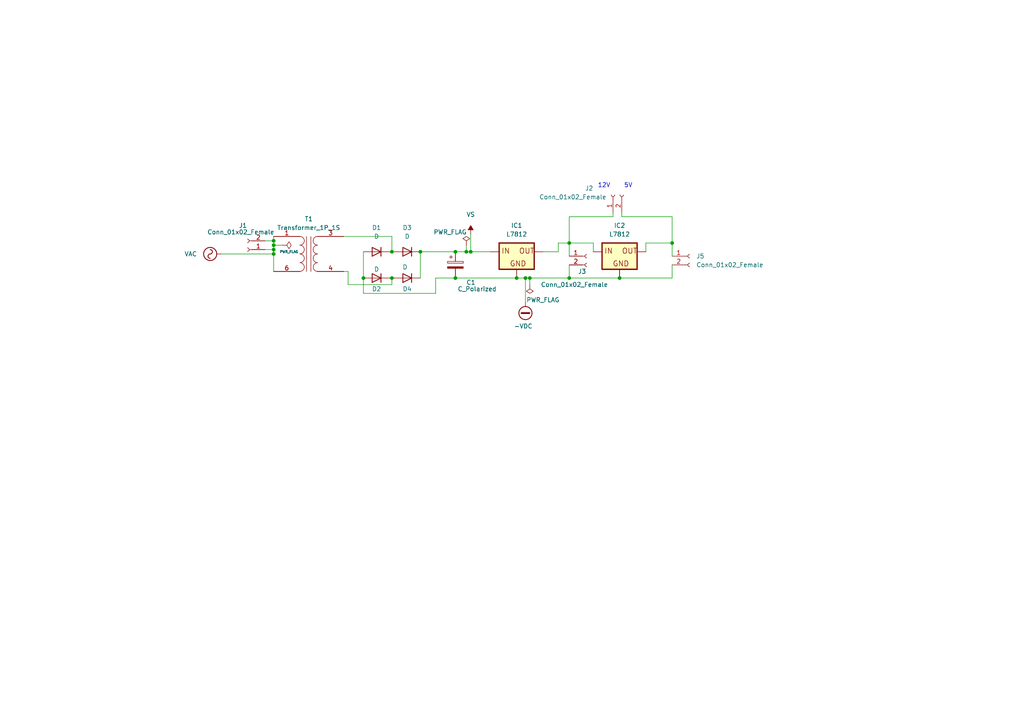
<source format=kicad_sch>
(kicad_sch (version 20211123) (generator eeschema)

  (uuid 129d5225-3ba8-4eb9-9bfc-b04e4d5a9f02)

  (paper "A4")

  (lib_symbols
    (symbol "Connector:Conn_01x02_Female" (pin_names (offset 1.016) hide) (in_bom yes) (on_board yes)
      (property "Reference" "J" (id 0) (at 0 2.54 0)
        (effects (font (size 1.27 1.27)))
      )
      (property "Value" "Conn_01x02_Female" (id 1) (at 0 -5.08 0)
        (effects (font (size 1.27 1.27)))
      )
      (property "Footprint" "" (id 2) (at 0 0 0)
        (effects (font (size 1.27 1.27)) hide)
      )
      (property "Datasheet" "~" (id 3) (at 0 0 0)
        (effects (font (size 1.27 1.27)) hide)
      )
      (property "ki_keywords" "connector" (id 4) (at 0 0 0)
        (effects (font (size 1.27 1.27)) hide)
      )
      (property "ki_description" "Generic connector, single row, 01x02, script generated (kicad-library-utils/schlib/autogen/connector/)" (id 5) (at 0 0 0)
        (effects (font (size 1.27 1.27)) hide)
      )
      (property "ki_fp_filters" "Connector*:*_1x??_*" (id 6) (at 0 0 0)
        (effects (font (size 1.27 1.27)) hide)
      )
      (symbol "Conn_01x02_Female_1_1"
        (arc (start 0 -2.032) (mid -0.508 -2.54) (end 0 -3.048)
          (stroke (width 0.1524) (type default) (color 0 0 0 0))
          (fill (type none))
        )
        (polyline
          (pts
            (xy -1.27 -2.54)
            (xy -0.508 -2.54)
          )
          (stroke (width 0.1524) (type default) (color 0 0 0 0))
          (fill (type none))
        )
        (polyline
          (pts
            (xy -1.27 0)
            (xy -0.508 0)
          )
          (stroke (width 0.1524) (type default) (color 0 0 0 0))
          (fill (type none))
        )
        (arc (start 0 0.508) (mid -0.508 0) (end 0 -0.508)
          (stroke (width 0.1524) (type default) (color 0 0 0 0))
          (fill (type none))
        )
        (pin passive line (at -5.08 0 0) (length 3.81)
          (name "Pin_1" (effects (font (size 1.27 1.27))))
          (number "1" (effects (font (size 1.27 1.27))))
        )
        (pin passive line (at -5.08 -2.54 0) (length 3.81)
          (name "Pin_2" (effects (font (size 1.27 1.27))))
          (number "2" (effects (font (size 1.27 1.27))))
        )
      )
    )
    (symbol "Device:C_Polarized" (pin_numbers hide) (pin_names (offset 0.254) hide) (in_bom yes) (on_board yes)
      (property "Reference" "C" (id 0) (at 0.635 2.54 0)
        (effects (font (size 1.27 1.27)) (justify left))
      )
      (property "Value" "C_Polarized" (id 1) (at 0.635 -2.54 0)
        (effects (font (size 1.27 1.27)) (justify left))
      )
      (property "Footprint" "" (id 2) (at 0.9652 -3.81 0)
        (effects (font (size 1.27 1.27)) hide)
      )
      (property "Datasheet" "~" (id 3) (at 0 0 0)
        (effects (font (size 1.27 1.27)) hide)
      )
      (property "ki_keywords" "cap capacitor" (id 4) (at 0 0 0)
        (effects (font (size 1.27 1.27)) hide)
      )
      (property "ki_description" "Polarized capacitor" (id 5) (at 0 0 0)
        (effects (font (size 1.27 1.27)) hide)
      )
      (property "ki_fp_filters" "CP_*" (id 6) (at 0 0 0)
        (effects (font (size 1.27 1.27)) hide)
      )
      (symbol "C_Polarized_0_1"
        (rectangle (start -2.286 0.508) (end 2.286 1.016)
          (stroke (width 0) (type default) (color 0 0 0 0))
          (fill (type none))
        )
        (polyline
          (pts
            (xy -1.778 2.286)
            (xy -0.762 2.286)
          )
          (stroke (width 0) (type default) (color 0 0 0 0))
          (fill (type none))
        )
        (polyline
          (pts
            (xy -1.27 2.794)
            (xy -1.27 1.778)
          )
          (stroke (width 0) (type default) (color 0 0 0 0))
          (fill (type none))
        )
        (rectangle (start 2.286 -0.508) (end -2.286 -1.016)
          (stroke (width 0) (type default) (color 0 0 0 0))
          (fill (type outline))
        )
      )
      (symbol "C_Polarized_1_1"
        (pin passive line (at 0 3.81 270) (length 2.794)
          (name "~" (effects (font (size 1.27 1.27))))
          (number "1" (effects (font (size 1.27 1.27))))
        )
        (pin passive line (at 0 -3.81 90) (length 2.794)
          (name "~" (effects (font (size 1.27 1.27))))
          (number "2" (effects (font (size 1.27 1.27))))
        )
      )
    )
    (symbol "Device:D" (pin_numbers hide) (pin_names (offset 1.016) hide) (in_bom yes) (on_board yes)
      (property "Reference" "D" (id 0) (at 0 2.54 0)
        (effects (font (size 1.27 1.27)))
      )
      (property "Value" "D" (id 1) (at 0 -2.54 0)
        (effects (font (size 1.27 1.27)))
      )
      (property "Footprint" "" (id 2) (at 0 0 0)
        (effects (font (size 1.27 1.27)) hide)
      )
      (property "Datasheet" "~" (id 3) (at 0 0 0)
        (effects (font (size 1.27 1.27)) hide)
      )
      (property "ki_keywords" "diode" (id 4) (at 0 0 0)
        (effects (font (size 1.27 1.27)) hide)
      )
      (property "ki_description" "Diode" (id 5) (at 0 0 0)
        (effects (font (size 1.27 1.27)) hide)
      )
      (property "ki_fp_filters" "TO-???* *_Diode_* *SingleDiode* D_*" (id 6) (at 0 0 0)
        (effects (font (size 1.27 1.27)) hide)
      )
      (symbol "D_0_1"
        (polyline
          (pts
            (xy -1.27 1.27)
            (xy -1.27 -1.27)
          )
          (stroke (width 0.254) (type default) (color 0 0 0 0))
          (fill (type none))
        )
        (polyline
          (pts
            (xy 1.27 0)
            (xy -1.27 0)
          )
          (stroke (width 0) (type default) (color 0 0 0 0))
          (fill (type none))
        )
        (polyline
          (pts
            (xy 1.27 1.27)
            (xy 1.27 -1.27)
            (xy -1.27 0)
            (xy 1.27 1.27)
          )
          (stroke (width 0.254) (type default) (color 0 0 0 0))
          (fill (type none))
        )
      )
      (symbol "D_1_1"
        (pin passive line (at -3.81 0 0) (length 2.54)
          (name "K" (effects (font (size 1.27 1.27))))
          (number "1" (effects (font (size 1.27 1.27))))
        )
        (pin passive line (at 3.81 0 180) (length 2.54)
          (name "A" (effects (font (size 1.27 1.27))))
          (number "2" (effects (font (size 1.27 1.27))))
        )
      )
    )
    (symbol "Device:Transformer_1P_1S" (pin_names (offset 1.016) hide) (in_bom yes) (on_board yes)
      (property "Reference" "T1" (id 0) (at 0.0127 10.16 0)
        (effects (font (size 1.27 1.27)))
      )
      (property "Value" "Transformer_1P_1S" (id 1) (at 0.0127 7.62 0)
        (effects (font (size 1.27 1.27)))
      )
      (property "Footprint" "Transformer_THT:Transformer_NF_ETAL_P3356" (id 2) (at 0 0 0)
        (effects (font (size 1.27 1.27)) hide)
      )
      (property "Datasheet" "~" (id 3) (at 0 0 0)
        (effects (font (size 1.27 1.27)) hide)
      )
      (property "ki_keywords" "transformer coil magnet" (id 4) (at 0 0 0)
        (effects (font (size 1.27 1.27)) hide)
      )
      (property "ki_description" "Transformer, single primary, single secondary" (id 5) (at 0 0 0)
        (effects (font (size 1.27 1.27)) hide)
      )
      (symbol "Transformer_1P_1S_0_1"
        (arc (start -2.54 -5.0546) (mid -1.6599 -4.6901) (end -1.27 -3.81)
          (stroke (width 0) (type default) (color 0 0 0 0))
          (fill (type none))
        )
        (arc (start -2.54 -2.5146) (mid -1.6599 -2.1501) (end -1.27 -1.27)
          (stroke (width 0) (type default) (color 0 0 0 0))
          (fill (type none))
        )
        (arc (start -2.54 0.0254) (mid -1.6599 0.3899) (end -1.27 1.27)
          (stroke (width 0) (type default) (color 0 0 0 0))
          (fill (type none))
        )
        (arc (start -2.54 2.5654) (mid -1.6599 2.9299) (end -1.27 3.81)
          (stroke (width 0) (type default) (color 0 0 0 0))
          (fill (type none))
        )
        (arc (start -1.27 -3.81) (mid -1.642 -2.912) (end -2.54 -2.54)
          (stroke (width 0) (type default) (color 0 0 0 0))
          (fill (type none))
        )
        (arc (start -1.27 -1.27) (mid -1.642 -0.372) (end -2.54 0)
          (stroke (width 0) (type default) (color 0 0 0 0))
          (fill (type none))
        )
        (arc (start -1.27 1.27) (mid -1.642 2.168) (end -2.54 2.54)
          (stroke (width 0) (type default) (color 0 0 0 0))
          (fill (type none))
        )
        (arc (start -1.27 3.81) (mid -1.642 4.708) (end -2.54 5.08)
          (stroke (width 0) (type default) (color 0 0 0 0))
          (fill (type none))
        )
        (polyline
          (pts
            (xy -0.635 5.08)
            (xy -0.635 -5.08)
          )
          (stroke (width 0) (type default) (color 0 0 0 0))
          (fill (type none))
        )
        (polyline
          (pts
            (xy 0.635 -5.08)
            (xy 0.635 5.08)
          )
          (stroke (width 0) (type default) (color 0 0 0 0))
          (fill (type none))
        )
        (arc (start 1.2954 -1.27) (mid 1.6599 -2.1501) (end 2.54 -2.5146)
          (stroke (width 0) (type default) (color 0 0 0 0))
          (fill (type none))
        )
        (arc (start 1.2954 1.27) (mid 1.6599 0.3899) (end 2.54 0.0254)
          (stroke (width 0) (type default) (color 0 0 0 0))
          (fill (type none))
        )
        (arc (start 1.2954 3.81) (mid 1.6599 2.9299) (end 2.54 2.5654)
          (stroke (width 0) (type default) (color 0 0 0 0))
          (fill (type none))
        )
        (arc (start 1.3208 -3.81) (mid 1.6853 -4.6901) (end 2.5654 -5.0546)
          (stroke (width 0) (type default) (color 0 0 0 0))
          (fill (type none))
        )
        (arc (start 2.54 0) (mid 1.642 -0.372) (end 1.2954 -1.27)
          (stroke (width 0) (type default) (color 0 0 0 0))
          (fill (type none))
        )
        (arc (start 2.54 2.54) (mid 1.642 2.168) (end 1.2954 1.27)
          (stroke (width 0) (type default) (color 0 0 0 0))
          (fill (type none))
        )
        (arc (start 2.54 5.08) (mid 1.642 4.708) (end 1.2954 3.81)
          (stroke (width 0) (type default) (color 0 0 0 0))
          (fill (type none))
        )
        (arc (start 2.5654 -2.54) (mid 1.6674 -2.912) (end 1.3208 -3.81)
          (stroke (width 0) (type default) (color 0 0 0 0))
          (fill (type none))
        )
      )
      (symbol "Transformer_1P_1S_1_1"
        (pin passive line (at -10.16 5.08 0) (length 7.62)
          (name "AA" (effects (font (size 1.27 1.27))))
          (number "1" (effects (font (size 1.27 1.27))))
        )
        (pin passive line (at 10.16 5.08 180) (length 7.62)
          (name "SB" (effects (font (size 1.27 1.27))))
          (number "3" (effects (font (size 1.27 1.27))))
        )
        (pin passive line (at 10.16 -5.08 180) (length 7.62)
          (name "SA" (effects (font (size 1.27 1.27))))
          (number "4" (effects (font (size 1.27 1.27))))
        )
        (pin passive line (at -10.16 -5.08 0) (length 7.62)
          (name "AB" (effects (font (size 1.27 1.27))))
          (number "6" (effects (font (size 1.27 1.27))))
        )
      )
    )
    (symbol "L7812:L7812" (pin_numbers hide) (pin_names (offset 1.016) hide) (in_bom yes) (on_board yes)
      (property "Reference" "IC" (id 0) (at 2.54 -7.62 0)
        (effects (font (size 1.27 1.27)) (justify left bottom))
      )
      (property "Value" "L7812" (id 1) (at 2.54 -10.16 0)
        (effects (font (size 1.27 1.27)) (justify left bottom))
      )
      (property "Footprint" "78XXS" (id 2) (at 0 0 0)
        (effects (font (size 1.27 1.27)) (justify left bottom) hide)
      )
      (property "Datasheet" "" (id 3) (at 0 0 0)
        (effects (font (size 1.27 1.27)) (justify left bottom) hide)
      )
      (property "ki_locked" "" (id 4) (at 0 0 0)
        (effects (font (size 1.27 1.27)))
      )
      (symbol "L7812_0_0"
        (rectangle (start -5.08 -5.08) (end 5.08 2.54)
          (stroke (width 0.4064) (type default) (color 0 0 0 0))
          (fill (type background))
        )
        (text "GND" (at -2.032 -4.318 0)
          (effects (font (size 1.524 1.524)) (justify left bottom))
        )
        (text "IN" (at -4.445 -0.635 0)
          (effects (font (size 1.524 1.524)) (justify left bottom))
        )
        (text "OUT" (at 0.635 -0.635 0)
          (effects (font (size 1.524 1.524)) (justify left bottom))
        )
        (pin input line (at 0 -7.62 90) (length 2.54)
          (name "~" (effects (font (size 1.016 1.016))))
          (number "GND" (effects (font (size 1.016 1.016))))
        )
        (pin input line (at -7.62 0 0) (length 2.54)
          (name "~" (effects (font (size 1.016 1.016))))
          (number "IN" (effects (font (size 1.016 1.016))))
        )
        (pin passive line (at 7.62 0 180) (length 2.54)
          (name "~" (effects (font (size 1.016 1.016))))
          (number "OUT" (effects (font (size 1.016 1.016))))
        )
      )
    )
    (symbol "power:-VDC" (power) (pin_names (offset 0)) (in_bom yes) (on_board yes)
      (property "Reference" "#PWR" (id 0) (at 0 -2.54 0)
        (effects (font (size 1.27 1.27)) hide)
      )
      (property "Value" "-VDC" (id 1) (at 0 6.35 0)
        (effects (font (size 1.27 1.27)))
      )
      (property "Footprint" "" (id 2) (at 0 0 0)
        (effects (font (size 1.27 1.27)) hide)
      )
      (property "Datasheet" "" (id 3) (at 0 0 0)
        (effects (font (size 1.27 1.27)) hide)
      )
      (property "ki_keywords" "power-flag" (id 4) (at 0 0 0)
        (effects (font (size 1.27 1.27)) hide)
      )
      (property "ki_description" "Power symbol creates a global label with name \"-VDC\"" (id 5) (at 0 0 0)
        (effects (font (size 1.27 1.27)) hide)
      )
      (symbol "-VDC_0_1"
        (polyline
          (pts
            (xy -1.143 3.175)
            (xy 1.143 3.175)
          )
          (stroke (width 0.508) (type default) (color 0 0 0 0))
          (fill (type none))
        )
        (polyline
          (pts
            (xy 0 0)
            (xy 0 1.27)
          )
          (stroke (width 0) (type default) (color 0 0 0 0))
          (fill (type none))
        )
        (circle (center 0 3.175) (radius 1.905)
          (stroke (width 0.254) (type default) (color 0 0 0 0))
          (fill (type none))
        )
      )
      (symbol "-VDC_1_1"
        (pin power_in line (at 0 0 90) (length 0) hide
          (name "-VDC" (effects (font (size 1.27 1.27))))
          (number "1" (effects (font (size 1.27 1.27))))
        )
      )
    )
    (symbol "power:PWR_FLAG" (power) (pin_numbers hide) (pin_names (offset 0) hide) (in_bom yes) (on_board yes)
      (property "Reference" "#FLG" (id 0) (at 0 1.905 0)
        (effects (font (size 1.27 1.27)) hide)
      )
      (property "Value" "PWR_FLAG" (id 1) (at 0 3.81 0)
        (effects (font (size 1.27 1.27)))
      )
      (property "Footprint" "" (id 2) (at 0 0 0)
        (effects (font (size 1.27 1.27)) hide)
      )
      (property "Datasheet" "~" (id 3) (at 0 0 0)
        (effects (font (size 1.27 1.27)) hide)
      )
      (property "ki_keywords" "power-flag" (id 4) (at 0 0 0)
        (effects (font (size 1.27 1.27)) hide)
      )
      (property "ki_description" "Special symbol for telling ERC where power comes from" (id 5) (at 0 0 0)
        (effects (font (size 1.27 1.27)) hide)
      )
      (symbol "PWR_FLAG_0_0"
        (pin power_out line (at 0 0 90) (length 0)
          (name "pwr" (effects (font (size 1.27 1.27))))
          (number "1" (effects (font (size 1.27 1.27))))
        )
      )
      (symbol "PWR_FLAG_0_1"
        (polyline
          (pts
            (xy 0 0)
            (xy 0 1.27)
            (xy -1.016 1.905)
            (xy 0 2.54)
            (xy 1.016 1.905)
            (xy 0 1.27)
          )
          (stroke (width 0) (type default) (color 0 0 0 0))
          (fill (type none))
        )
      )
    )
    (symbol "power:VAC" (power) (pin_names (offset 0)) (in_bom yes) (on_board yes)
      (property "Reference" "#PWR" (id 0) (at 0 -2.54 0)
        (effects (font (size 1.27 1.27)) hide)
      )
      (property "Value" "VAC" (id 1) (at 0 6.35 0)
        (effects (font (size 1.27 1.27)))
      )
      (property "Footprint" "" (id 2) (at 0 0 0)
        (effects (font (size 1.27 1.27)) hide)
      )
      (property "Datasheet" "" (id 3) (at 0 0 0)
        (effects (font (size 1.27 1.27)) hide)
      )
      (property "ki_keywords" "power-flag" (id 4) (at 0 0 0)
        (effects (font (size 1.27 1.27)) hide)
      )
      (property "ki_description" "Power symbol creates a global label with name \"VAC\"" (id 5) (at 0 0 0)
        (effects (font (size 1.27 1.27)) hide)
      )
      (symbol "VAC_0_1"
        (polyline
          (pts
            (xy 0 0)
            (xy 0 1.27)
          )
          (stroke (width 0) (type default) (color 0 0 0 0))
          (fill (type none))
        )
        (arc (start 0 3.175) (mid -0.635 3.81) (end -1.27 3.175)
          (stroke (width 0.254) (type default) (color 0 0 0 0))
          (fill (type none))
        )
        (arc (start 0 3.175) (mid 0.635 2.54) (end 1.27 3.175)
          (stroke (width 0.254) (type default) (color 0 0 0 0))
          (fill (type none))
        )
        (circle (center 0 3.175) (radius 1.905)
          (stroke (width 0.254) (type default) (color 0 0 0 0))
          (fill (type none))
        )
      )
      (symbol "VAC_1_1"
        (pin power_in line (at 0 0 90) (length 0) hide
          (name "VAC" (effects (font (size 1.27 1.27))))
          (number "1" (effects (font (size 1.27 1.27))))
        )
      )
    )
    (symbol "power:VS" (power) (pin_names (offset 0)) (in_bom yes) (on_board yes)
      (property "Reference" "#PWR" (id 0) (at -5.08 -3.81 0)
        (effects (font (size 1.27 1.27)) hide)
      )
      (property "Value" "VS" (id 1) (at 0 3.81 0)
        (effects (font (size 1.27 1.27)))
      )
      (property "Footprint" "" (id 2) (at 0 0 0)
        (effects (font (size 1.27 1.27)) hide)
      )
      (property "Datasheet" "" (id 3) (at 0 0 0)
        (effects (font (size 1.27 1.27)) hide)
      )
      (property "ki_keywords" "power-flag" (id 4) (at 0 0 0)
        (effects (font (size 1.27 1.27)) hide)
      )
      (property "ki_description" "Power symbol creates a global label with name \"VS\"" (id 5) (at 0 0 0)
        (effects (font (size 1.27 1.27)) hide)
      )
      (symbol "VS_0_1"
        (polyline
          (pts
            (xy 0 0)
            (xy 0 2.54)
          )
          (stroke (width 0) (type default) (color 0 0 0 0))
          (fill (type none))
        )
        (polyline
          (pts
            (xy 0.762 1.27)
            (xy -0.762 1.27)
            (xy 0 2.54)
            (xy 0.762 1.27)
          )
          (stroke (width 0) (type default) (color 0 0 0 0))
          (fill (type outline))
        )
      )
      (symbol "VS_1_1"
        (pin power_in line (at 0 0 90) (length 0) hide
          (name "VS" (effects (font (size 1.27 1.27))))
          (number "1" (effects (font (size 1.27 1.27))))
        )
      )
    )
  )


  (junction (at 165.1 80.645) (diameter 0) (color 0 0 0 0)
    (uuid 0cf7311b-9082-4f76-bbe8-63b8aaa003af)
  )
  (junction (at 79.375 71.12) (diameter 0) (color 0 0 0 0)
    (uuid 16d98447-e710-4215-84d5-a000d2a28406)
  )
  (junction (at 179.705 80.645) (diameter 0) (color 0 0 0 0)
    (uuid 1d1f4cc7-3002-471f-9652-f4f8265527a8)
  )
  (junction (at 132.08 80.645) (diameter 0) (color 0 0 0 0)
    (uuid 1ef31977-b794-4e55-97a9-2141d4f50597)
  )
  (junction (at 79.375 69.85) (diameter 0) (color 0 0 0 0)
    (uuid 374210df-53d5-4c75-be95-33d9a2d6deae)
  )
  (junction (at 135.255 73.025) (diameter 0) (color 0 0 0 0)
    (uuid 545a8887-e696-4245-87f0-b31827ef4f3a)
  )
  (junction (at 153.67 80.645) (diameter 0) (color 0 0 0 0)
    (uuid 65a92dec-e5f3-4351-ace0-dcc13946b7c6)
  )
  (junction (at 79.375 73.66) (diameter 0) (color 0 0 0 0)
    (uuid 6737b694-112a-480c-8296-f036f6cf8829)
  )
  (junction (at 132.08 73.025) (diameter 0) (color 0 0 0 0)
    (uuid 6aa37f1d-b3ab-4f79-9db4-6f08e60fe53e)
  )
  (junction (at 113.665 80.645) (diameter 0) (color 0 0 0 0)
    (uuid 6c7a3735-604c-4a85-a9eb-dc900cf84b82)
  )
  (junction (at 121.92 73.025) (diameter 0) (color 0 0 0 0)
    (uuid 76e2a57e-a236-4482-a4e5-19fd7e06e436)
  )
  (junction (at 194.945 70.485) (diameter 0) (color 0 0 0 0)
    (uuid 79046090-d17d-456d-92ce-d13f553696ff)
  )
  (junction (at 105.41 80.645) (diameter 0) (color 0 0 0 0)
    (uuid 7c917947-62e7-4d8d-af87-3eb86a4b3448)
  )
  (junction (at 79.375 72.39) (diameter 0) (color 0 0 0 0)
    (uuid a6ab485d-955f-4026-932f-c1e9d29fed38)
  )
  (junction (at 136.525 73.025) (diameter 0) (color 0 0 0 0)
    (uuid c19f7222-7a85-4c3c-89ae-d67bcaa3bbcf)
  )
  (junction (at 149.86 80.645) (diameter 0) (color 0 0 0 0)
    (uuid e59a3791-5e32-4fbd-8c47-6d27a18209f4)
  )
  (junction (at 113.665 73.025) (diameter 0) (color 0 0 0 0)
    (uuid ec521ff4-6011-47b5-85ad-e8941ffabae0)
  )
  (junction (at 165.1 70.485) (diameter 0) (color 0 0 0 0)
    (uuid eefed877-224a-4a18-9085-b7a9dcb45f2e)
  )
  (junction (at 152.4 80.645) (diameter 0) (color 0 0 0 0)
    (uuid f08f1c19-9abe-47c6-b1bf-e9d2d428488b)
  )

  (wire (pts (xy 135.255 71.12) (xy 135.255 73.025))
    (stroke (width 0) (type default) (color 0 0 0 0))
    (uuid 0380640f-2766-474a-9ba6-1e74f2b65f6f)
  )
  (wire (pts (xy 113.665 68.58) (xy 113.665 73.025))
    (stroke (width 0) (type default) (color 0 0 0 0))
    (uuid 0a9b99aa-2ecb-4787-a4c3-1170cfe01031)
  )
  (wire (pts (xy 99.695 78.74) (xy 100.965 78.74))
    (stroke (width 0) (type default) (color 0 0 0 0))
    (uuid 13055f32-386a-46b8-859e-7b7968c2de82)
  )
  (wire (pts (xy 113.665 82.55) (xy 113.665 80.645))
    (stroke (width 0) (type default) (color 0 0 0 0))
    (uuid 13356209-126c-40f3-ad5e-7498bf5cd3b4)
  )
  (wire (pts (xy 161.925 73.025) (xy 161.925 70.485))
    (stroke (width 0) (type default) (color 0 0 0 0))
    (uuid 1f2ccb40-386e-40b3-b559-2a6ace7e0bd1)
  )
  (wire (pts (xy 135.255 73.025) (xy 136.525 73.025))
    (stroke (width 0) (type default) (color 0 0 0 0))
    (uuid 246710b3-f087-4b34-b2e4-a5a5791ba92c)
  )
  (wire (pts (xy 172.085 73.025) (xy 172.085 70.485))
    (stroke (width 0) (type default) (color 0 0 0 0))
    (uuid 2826ed5f-b79e-4e52-876c-c89939dc68f6)
  )
  (wire (pts (xy 100.965 78.74) (xy 100.965 82.55))
    (stroke (width 0) (type default) (color 0 0 0 0))
    (uuid 2ca16225-9420-46bc-8f46-ff95dfa4d559)
  )
  (wire (pts (xy 113.665 73.025) (xy 114.3 73.025))
    (stroke (width 0) (type default) (color 0 0 0 0))
    (uuid 3069aa33-0975-44fd-bcb6-74938ba4e2a7)
  )
  (wire (pts (xy 132.08 80.645) (xy 149.86 80.645))
    (stroke (width 0) (type default) (color 0 0 0 0))
    (uuid 3153d8f8-9435-43cc-8682-b5825b13a6b6)
  )
  (wire (pts (xy 161.925 70.485) (xy 165.1 70.485))
    (stroke (width 0) (type default) (color 0 0 0 0))
    (uuid 42c1b2a1-d956-4b60-b8b2-082e1518e951)
  )
  (wire (pts (xy 177.8 62.865) (xy 177.8 61.595))
    (stroke (width 0) (type default) (color 0 0 0 0))
    (uuid 450b410d-5ed2-41d8-b9c8-bc4a29fb0c32)
  )
  (wire (pts (xy 105.41 85.09) (xy 126.365 85.09))
    (stroke (width 0) (type default) (color 0 0 0 0))
    (uuid 47a70bce-f8b7-4f9e-a4da-b142afd39a50)
  )
  (wire (pts (xy 113.03 73.025) (xy 113.665 73.025))
    (stroke (width 0) (type default) (color 0 0 0 0))
    (uuid 5677aece-00fd-4452-aba6-62017e2fd243)
  )
  (wire (pts (xy 79.375 68.58) (xy 79.375 69.85))
    (stroke (width 0) (type default) (color 0 0 0 0))
    (uuid 5a5f99ad-88a1-4e69-b7af-51559e635442)
  )
  (wire (pts (xy 79.375 72.39) (xy 79.375 73.66))
    (stroke (width 0) (type default) (color 0 0 0 0))
    (uuid 5ea5f554-be55-4ff0-860d-c3c02e67f0d2)
  )
  (wire (pts (xy 79.375 71.12) (xy 79.375 72.39))
    (stroke (width 0) (type default) (color 0 0 0 0))
    (uuid 62ce795f-45c7-4399-86ad-c4ca858f5170)
  )
  (wire (pts (xy 81.915 71.12) (xy 79.375 71.12))
    (stroke (width 0) (type default) (color 0 0 0 0))
    (uuid 65ad3695-88ab-4ba4-975e-2959c46ffa05)
  )
  (wire (pts (xy 76.835 72.39) (xy 79.375 72.39))
    (stroke (width 0) (type default) (color 0 0 0 0))
    (uuid 696a3627-3023-4b2f-ab8b-96759574e806)
  )
  (wire (pts (xy 194.945 76.835) (xy 194.945 80.645))
    (stroke (width 0) (type default) (color 0 0 0 0))
    (uuid 6c0b6ec4-6060-48fc-946c-b1599a67fd95)
  )
  (wire (pts (xy 149.86 80.645) (xy 152.4 80.645))
    (stroke (width 0) (type default) (color 0 0 0 0))
    (uuid 71bcf53d-6a3c-400d-9aa2-32c822a5c76a)
  )
  (wire (pts (xy 165.1 70.485) (xy 172.085 70.485))
    (stroke (width 0) (type default) (color 0 0 0 0))
    (uuid 72b35986-9d71-4351-87ac-40a1b79ead7d)
  )
  (wire (pts (xy 132.08 73.025) (xy 135.255 73.025))
    (stroke (width 0) (type default) (color 0 0 0 0))
    (uuid 78f4ccc1-708e-4efd-93ff-00127b5b3e6e)
  )
  (wire (pts (xy 99.695 68.58) (xy 113.665 68.58))
    (stroke (width 0) (type default) (color 0 0 0 0))
    (uuid 7dc1314e-1fc1-4991-82e8-351ead36cbb6)
  )
  (wire (pts (xy 136.525 73.025) (xy 142.24 73.025))
    (stroke (width 0) (type default) (color 0 0 0 0))
    (uuid 80ea4423-a684-4235-a066-e04f10e58357)
  )
  (wire (pts (xy 187.325 70.485) (xy 187.325 73.025))
    (stroke (width 0) (type default) (color 0 0 0 0))
    (uuid 8278056b-cb2c-40f4-a128-9139b1ef9ab9)
  )
  (wire (pts (xy 165.1 80.645) (xy 179.705 80.645))
    (stroke (width 0) (type default) (color 0 0 0 0))
    (uuid 82a8cfb6-048d-4cb4-833b-f16f1cece5f8)
  )
  (wire (pts (xy 165.1 62.865) (xy 165.1 70.485))
    (stroke (width 0) (type default) (color 0 0 0 0))
    (uuid 82ebb1c9-8118-4af6-a904-4d332f93f14e)
  )
  (wire (pts (xy 165.1 62.865) (xy 177.8 62.865))
    (stroke (width 0) (type default) (color 0 0 0 0))
    (uuid 82eebade-fc97-40dc-a67e-d33af5ba00fd)
  )
  (wire (pts (xy 152.4 80.645) (xy 152.4 87.63))
    (stroke (width 0) (type default) (color 0 0 0 0))
    (uuid 8f0330b3-142a-46aa-bc3e-e9d201bcdbda)
  )
  (wire (pts (xy 152.4 80.645) (xy 153.67 80.645))
    (stroke (width 0) (type default) (color 0 0 0 0))
    (uuid 8f6c5fa1-4a1e-4071-83a5-a64cf8639aec)
  )
  (wire (pts (xy 100.965 82.55) (xy 113.665 82.55))
    (stroke (width 0) (type default) (color 0 0 0 0))
    (uuid 96f93ad7-faea-4586-8d6e-b1426ae1937c)
  )
  (wire (pts (xy 105.41 73.025) (xy 105.41 80.645))
    (stroke (width 0) (type default) (color 0 0 0 0))
    (uuid 9e788759-eded-4f01-9f0b-d86eb7b47e81)
  )
  (wire (pts (xy 194.945 62.865) (xy 194.945 70.485))
    (stroke (width 0) (type default) (color 0 0 0 0))
    (uuid ac402bad-896d-4159-bdeb-e733bbdeeccd)
  )
  (wire (pts (xy 187.325 70.485) (xy 194.945 70.485))
    (stroke (width 0) (type default) (color 0 0 0 0))
    (uuid ad9c052c-619b-4720-9fc7-27b6a8fcaea2)
  )
  (wire (pts (xy 165.1 76.835) (xy 165.1 80.645))
    (stroke (width 0) (type default) (color 0 0 0 0))
    (uuid ae9eb345-0140-44a4-a809-5ed2b7483627)
  )
  (wire (pts (xy 179.705 80.645) (xy 194.945 80.645))
    (stroke (width 0) (type default) (color 0 0 0 0))
    (uuid aed1c62f-b181-4996-a708-1d171ee9f3e2)
  )
  (wire (pts (xy 64.135 73.66) (xy 79.375 73.66))
    (stroke (width 0) (type default) (color 0 0 0 0))
    (uuid b11ebec7-d792-4309-aed4-bfcfc6ae1aab)
  )
  (wire (pts (xy 136.525 67.945) (xy 136.525 73.025))
    (stroke (width 0) (type default) (color 0 0 0 0))
    (uuid b3c547d6-0ce0-48d5-bbab-e5c5bb38c8d9)
  )
  (wire (pts (xy 76.835 69.85) (xy 79.375 69.85))
    (stroke (width 0) (type default) (color 0 0 0 0))
    (uuid bc3614cf-09ce-46ad-b066-4773c037ec0e)
  )
  (wire (pts (xy 194.945 70.485) (xy 194.945 74.295))
    (stroke (width 0) (type default) (color 0 0 0 0))
    (uuid c12c5737-cf69-4fb2-a7c5-1815b544ae65)
  )
  (wire (pts (xy 180.34 62.865) (xy 180.34 61.595))
    (stroke (width 0) (type default) (color 0 0 0 0))
    (uuid c49cd704-bd21-46d5-8b3d-3a93d154267d)
  )
  (wire (pts (xy 105.41 80.645) (xy 105.41 85.09))
    (stroke (width 0) (type default) (color 0 0 0 0))
    (uuid c8cf63e0-23a0-4f02-91c0-757c6d1e40cd)
  )
  (wire (pts (xy 79.375 73.66) (xy 79.375 78.74))
    (stroke (width 0) (type default) (color 0 0 0 0))
    (uuid cb625a21-460f-48b9-834e-1ec8c477eda4)
  )
  (wire (pts (xy 153.67 80.645) (xy 165.1 80.645))
    (stroke (width 0) (type default) (color 0 0 0 0))
    (uuid cf8b600b-e5c9-4b41-b23a-6ac2b840149e)
  )
  (wire (pts (xy 79.375 69.85) (xy 79.375 71.12))
    (stroke (width 0) (type default) (color 0 0 0 0))
    (uuid d4e0ff97-825f-4236-b4b4-5260d4118fc8)
  )
  (wire (pts (xy 121.92 73.025) (xy 121.92 80.645))
    (stroke (width 0) (type default) (color 0 0 0 0))
    (uuid da101cbd-3708-4c37-8cd5-c90f4781c75b)
  )
  (wire (pts (xy 113.665 80.645) (xy 114.3 80.645))
    (stroke (width 0) (type default) (color 0 0 0 0))
    (uuid dac79c23-c0b4-45c5-8113-c752dcb75641)
  )
  (wire (pts (xy 165.1 70.485) (xy 165.1 74.295))
    (stroke (width 0) (type default) (color 0 0 0 0))
    (uuid e43ffc91-649e-46a9-962b-6755eb980808)
  )
  (wire (pts (xy 113.03 80.645) (xy 113.665 80.645))
    (stroke (width 0) (type default) (color 0 0 0 0))
    (uuid eb7029fe-5aad-4c98-bcfd-2201134df845)
  )
  (wire (pts (xy 194.945 62.865) (xy 180.34 62.865))
    (stroke (width 0) (type default) (color 0 0 0 0))
    (uuid eed5e53e-0a0c-43cd-a2ec-11fbd9c744d5)
  )
  (wire (pts (xy 126.365 80.645) (xy 132.08 80.645))
    (stroke (width 0) (type default) (color 0 0 0 0))
    (uuid f4389708-d493-4818-bc5e-911c62bd85e4)
  )
  (wire (pts (xy 126.365 85.09) (xy 126.365 80.645))
    (stroke (width 0) (type default) (color 0 0 0 0))
    (uuid f9bf18cd-2637-4f65-8d00-c8277d2d81c8)
  )
  (wire (pts (xy 157.48 73.025) (xy 161.925 73.025))
    (stroke (width 0) (type default) (color 0 0 0 0))
    (uuid f9d41787-9f4b-47d4-8a1b-c94e1d3cd3c6)
  )
  (wire (pts (xy 121.92 73.025) (xy 132.08 73.025))
    (stroke (width 0) (type default) (color 0 0 0 0))
    (uuid fb5f0182-45b6-4d65-b958-a906f1e48e41)
  )
  (wire (pts (xy 153.67 80.645) (xy 153.67 82.55))
    (stroke (width 0) (type default) (color 0 0 0 0))
    (uuid fec3d7a9-d60d-4139-b836-8d6f235c06c6)
  )

  (text "5V" (at 180.975 54.61 0)
    (effects (font (size 1.27 1.27)) (justify left bottom))
    (uuid e8968cd4-d73b-4228-8c75-735e5119a2cb)
  )
  (text "12V" (at 173.355 54.61 0)
    (effects (font (size 1.27 1.27)) (justify left bottom))
    (uuid eaa7172c-dd64-4865-a265-727797f62188)
  )

  (symbol (lib_id "Connector:Conn_01x02_Female") (at 200.025 74.295 0) (unit 1)
    (in_bom yes) (on_board yes)
    (uuid 0503ca8f-971d-443e-8bcf-289f67ec48a8)
    (property "Reference" "J5" (id 0) (at 201.93 74.2949 0)
      (effects (font (size 1.27 1.27)) (justify left))
    )
    (property "Value" "Conn_01x02_Female" (id 1) (at 201.93 76.8349 0)
      (effects (font (size 1.27 1.27)) (justify left))
    )
    (property "Footprint" "Connector_Wire:SolderWire-0.5sqmm_1x02_P4.6mm_D0.9mm_OD2.1mm" (id 2) (at 200.025 74.295 0)
      (effects (font (size 1.27 1.27)) hide)
    )
    (property "Datasheet" "~" (id 3) (at 200.025 74.295 0)
      (effects (font (size 1.27 1.27)) hide)
    )
    (pin "1" (uuid 397cbdd1-6227-4b52-90ed-a62993bc867a))
    (pin "2" (uuid a96190cb-6405-46f9-b6f4-e996d2218c79))
  )

  (symbol (lib_id "power:PWR_FLAG") (at 81.915 71.12 270) (unit 1)
    (in_bom yes) (on_board yes)
    (uuid 10050bf0-c690-4b56-9a1e-18475a492bf4)
    (property "Reference" "#FLG0103" (id 0) (at 83.82 71.12 0)
      (effects (font (size 1.27 1.27)) hide)
    )
    (property "Value" "PWR_FLAG" (id 1) (at 83.82 73.025 90)
      (effects (font (size 0.7 0.7)))
    )
    (property "Footprint" "" (id 2) (at 81.915 71.12 0)
      (effects (font (size 1.27 1.27)) hide)
    )
    (property "Datasheet" "~" (id 3) (at 81.915 71.12 0)
      (effects (font (size 1.27 1.27)) hide)
    )
    (pin "1" (uuid 93accec9-f226-433d-b0d4-5445efc2fa39))
  )

  (symbol (lib_id "Device:D") (at 109.22 73.025 180) (unit 1)
    (in_bom yes) (on_board yes) (fields_autoplaced)
    (uuid 183f09ed-5b0d-48cd-a288-c922a355c822)
    (property "Reference" "D1" (id 0) (at 109.22 66.04 0))
    (property "Value" "D" (id 1) (at 109.22 68.58 0))
    (property "Footprint" "Diode_THT:D_5W_P10.16mm_Horizontal" (id 2) (at 109.22 73.025 0)
      (effects (font (size 1.27 1.27)) hide)
    )
    (property "Datasheet" "~" (id 3) (at 109.22 73.025 0)
      (effects (font (size 1.27 1.27)) hide)
    )
    (pin "1" (uuid 94eeafed-eead-4b43-900c-624a00f2a702))
    (pin "2" (uuid f1792bb0-e73a-4a77-a42e-242123a1d06a))
  )

  (symbol (lib_id "Device:D") (at 118.11 73.025 180) (unit 1)
    (in_bom yes) (on_board yes) (fields_autoplaced)
    (uuid 2c7ad66a-21d1-4b1c-a340-1bfdf070cf55)
    (property "Reference" "D3" (id 0) (at 118.11 66.04 0))
    (property "Value" "D" (id 1) (at 118.11 68.58 0))
    (property "Footprint" "Diode_THT:D_5W_P10.16mm_Horizontal" (id 2) (at 118.11 73.025 0)
      (effects (font (size 1.27 1.27)) hide)
    )
    (property "Datasheet" "~" (id 3) (at 118.11 73.025 0)
      (effects (font (size 1.27 1.27)) hide)
    )
    (pin "1" (uuid c7df4c43-7700-4a3a-ae43-9872757540b6))
    (pin "2" (uuid d6363faa-08dd-4c53-b629-b9c79a39ca43))
  )

  (symbol (lib_id "Device:D") (at 118.11 80.645 180) (unit 1)
    (in_bom yes) (on_board yes)
    (uuid 2db90b8b-1b10-43bc-a898-40bea1555b85)
    (property "Reference" "D4" (id 0) (at 118.11 83.82 0))
    (property "Value" "D" (id 1) (at 117.475 77.47 0))
    (property "Footprint" "Diode_THT:D_5W_P10.16mm_Horizontal" (id 2) (at 118.11 80.645 0)
      (effects (font (size 1.27 1.27)) hide)
    )
    (property "Datasheet" "~" (id 3) (at 118.11 80.645 0)
      (effects (font (size 1.27 1.27)) hide)
    )
    (pin "1" (uuid 599a78f4-b2d5-4bb7-b039-5135c10b3397))
    (pin "2" (uuid b18af8cb-a5b5-4a78-a137-c1a297404300))
  )

  (symbol (lib_id "Device:Transformer_1P_1S") (at 89.535 73.66 0) (unit 1)
    (in_bom yes) (on_board yes) (fields_autoplaced)
    (uuid 41dd2b83-6430-4a15-8a81-0381962d7eca)
    (property "Reference" "T1" (id 0) (at 89.5477 63.5 0))
    (property "Value" "Transformer_1P_1S" (id 1) (at 89.5477 66.04 0))
    (property "Footprint" "Transformer_THT:Transformer_NF_ETAL_P3324" (id 2) (at 89.535 73.66 0)
      (effects (font (size 1.27 1.27)) hide)
    )
    (property "Datasheet" "~" (id 3) (at 89.535 73.66 0)
      (effects (font (size 1.27 1.27)) hide)
    )
    (pin "1" (uuid f8798ae6-1bf7-4e1c-a74b-b9f996f6c6f7))
    (pin "6" (uuid 578dcc5c-f1b6-4958-84b1-6e9f6c0a2993))
    (pin "4" (uuid 69ad32be-8627-4bf6-a99f-eee427c9a821))
    (pin "3" (uuid 6ad68d46-7c81-4cac-888c-07d6378d693b))
  )

  (symbol (lib_id "power:PWR_FLAG") (at 135.255 71.12 0) (unit 1)
    (in_bom yes) (on_board yes)
    (uuid 5e36e8ea-8227-4388-8958-71064077e15a)
    (property "Reference" "#FLG0102" (id 0) (at 135.255 69.215 0)
      (effects (font (size 1.27 1.27)) hide)
    )
    (property "Value" "PWR_FLAG" (id 1) (at 125.73 67.31 0)
      (effects (font (size 1.27 1.27)) (justify left))
    )
    (property "Footprint" "" (id 2) (at 135.255 71.12 0)
      (effects (font (size 1.27 1.27)) hide)
    )
    (property "Datasheet" "~" (id 3) (at 135.255 71.12 0)
      (effects (font (size 1.27 1.27)) hide)
    )
    (pin "1" (uuid 751bc73f-1071-4aa7-a8f7-6546a3114157))
  )

  (symbol (lib_id "L7812:L7812") (at 179.705 73.025 0) (unit 1)
    (in_bom yes) (on_board yes) (fields_autoplaced)
    (uuid 5fde0b99-e865-4e4d-98d9-37453d3da780)
    (property "Reference" "IC2" (id 0) (at 179.705 65.405 0))
    (property "Value" "L7812" (id 1) (at 179.705 67.945 0))
    (property "Footprint" "L7812:78XXS" (id 2) (at 179.705 73.025 0)
      (effects (font (size 1.27 1.27)) (justify left bottom) hide)
    )
    (property "Datasheet" "" (id 3) (at 179.705 73.025 0)
      (effects (font (size 1.27 1.27)) (justify left bottom) hide)
    )
    (pin "GND" (uuid 673a283e-f9c7-490e-836c-5551c2dfc113))
    (pin "IN" (uuid 3df94d4e-823c-417a-938e-a04394437a10))
    (pin "OUT" (uuid 7522884e-206a-4b6a-aa49-50b5c32ae383))
  )

  (symbol (lib_id "L7812:L7812") (at 149.86 73.025 0) (unit 1)
    (in_bom yes) (on_board yes) (fields_autoplaced)
    (uuid 739a98f6-42ab-478b-a455-d40fc2999d74)
    (property "Reference" "IC1" (id 0) (at 149.86 65.405 0))
    (property "Value" "L7812" (id 1) (at 149.86 67.945 0))
    (property "Footprint" "L7812:78XXS" (id 2) (at 149.86 73.025 0)
      (effects (font (size 1.27 1.27)) (justify left bottom) hide)
    )
    (property "Datasheet" "" (id 3) (at 149.86 73.025 0)
      (effects (font (size 1.27 1.27)) (justify left bottom) hide)
    )
    (pin "GND" (uuid 943e434f-f483-42d9-9e6d-f101f391d7a2))
    (pin "IN" (uuid 46bbd243-f6d5-48fd-b777-0f8a234a85f7))
    (pin "OUT" (uuid 75d9ae44-37d6-44a3-8bc3-81e9a8a3e644))
  )

  (symbol (lib_id "Connector:Conn_01x02_Female") (at 170.18 74.295 0) (unit 1)
    (in_bom yes) (on_board yes)
    (uuid 74c73441-c9a0-41b1-9635-8bf14ba68055)
    (property "Reference" "J3" (id 0) (at 167.64 78.74 0)
      (effects (font (size 1.27 1.27)) (justify left))
    )
    (property "Value" "Conn_01x02_Female" (id 1) (at 156.845 82.55 0)
      (effects (font (size 1.27 1.27)) (justify left))
    )
    (property "Footprint" "Connector_Wire:SolderWire-0.5sqmm_1x02_P4.6mm_D0.9mm_OD2.1mm" (id 2) (at 170.18 74.295 0)
      (effects (font (size 1.27 1.27)) hide)
    )
    (property "Datasheet" "~" (id 3) (at 170.18 74.295 0)
      (effects (font (size 1.27 1.27)) hide)
    )
    (pin "1" (uuid 9501ecd3-af5c-4771-a06c-075d8f5fe426))
    (pin "2" (uuid bed4e60c-7221-42f0-8a07-bca3c0f18d29))
  )

  (symbol (lib_id "Connector:Conn_01x02_Female") (at 177.8 56.515 90) (unit 1)
    (in_bom yes) (on_board yes)
    (uuid a06da5e9-b7f3-45a2-b5d0-a3b9fcafe5f5)
    (property "Reference" "J2" (id 0) (at 172.085 54.61 90)
      (effects (font (size 1.27 1.27)) (justify left))
    )
    (property "Value" "Conn_01x02_Female" (id 1) (at 175.895 57.15 90)
      (effects (font (size 1.27 1.27)) (justify left))
    )
    (property "Footprint" "Connector_JST:JST_EH_S2B-EH_1x02_P2.50mm_Horizontal" (id 2) (at 177.8 56.515 0)
      (effects (font (size 1.27 1.27)) hide)
    )
    (property "Datasheet" "~" (id 3) (at 177.8 56.515 0)
      (effects (font (size 1.27 1.27)) hide)
    )
    (pin "1" (uuid 0482d3d3-9ebf-4d0f-b5ab-fad57803052d))
    (pin "2" (uuid cf511f3c-20e0-4aa3-8763-fa7580de657e))
  )

  (symbol (lib_id "power:-VDC") (at 152.4 87.63 180) (unit 1)
    (in_bom yes) (on_board yes)
    (uuid a082270a-4dba-4444-a3ef-50b44f3a2a7a)
    (property "Reference" "#PWR0101" (id 0) (at 152.4 85.09 0)
      (effects (font (size 1.27 1.27)) hide)
    )
    (property "Value" "-VDC" (id 1) (at 151.765 94.615 0))
    (property "Footprint" "" (id 2) (at 152.4 87.63 0)
      (effects (font (size 1.27 1.27)) hide)
    )
    (property "Datasheet" "" (id 3) (at 152.4 87.63 0)
      (effects (font (size 1.27 1.27)) hide)
    )
    (pin "1" (uuid 00dbff75-f296-46ee-94a9-17136165cc31))
  )

  (symbol (lib_id "Device:D") (at 109.22 80.645 180) (unit 1)
    (in_bom yes) (on_board yes)
    (uuid a8595a61-a15f-47a5-8d23-7dd39b701214)
    (property "Reference" "D2" (id 0) (at 109.22 83.82 0))
    (property "Value" "D" (id 1) (at 109.22 78.105 0))
    (property "Footprint" "Diode_THT:D_5W_P10.16mm_Horizontal" (id 2) (at 109.22 80.645 0)
      (effects (font (size 1.27 1.27)) hide)
    )
    (property "Datasheet" "~" (id 3) (at 109.22 80.645 0)
      (effects (font (size 1.27 1.27)) hide)
    )
    (pin "1" (uuid 42f88430-be22-48e9-b79b-ae1fa8d278fd))
    (pin "2" (uuid 4bf1dc11-6824-4b3f-866b-7ded705df303))
  )

  (symbol (lib_id "power:VAC") (at 64.135 73.66 90) (unit 1)
    (in_bom yes) (on_board yes) (fields_autoplaced)
    (uuid ccb38648-1b31-4781-86a3-ed2bc2befe79)
    (property "Reference" "#PWR0104" (id 0) (at 66.675 73.66 0)
      (effects (font (size 1.27 1.27)) hide)
    )
    (property "Value" "VAC" (id 1) (at 57.15 73.6599 90)
      (effects (font (size 1.27 1.27)) (justify left))
    )
    (property "Footprint" "" (id 2) (at 64.135 73.66 0)
      (effects (font (size 1.27 1.27)) hide)
    )
    (property "Datasheet" "" (id 3) (at 64.135 73.66 0)
      (effects (font (size 1.27 1.27)) hide)
    )
    (pin "1" (uuid abfa37fe-98c5-41ec-8951-b92c3648c0cd))
  )

  (symbol (lib_id "Connector:Conn_01x02_Female") (at 71.755 72.39 180) (unit 1)
    (in_bom yes) (on_board yes)
    (uuid d1f1f9bf-44bc-437c-8cea-5adaa99e9e04)
    (property "Reference" "J1" (id 0) (at 70.485 65.405 0))
    (property "Value" "Conn_01x02_Female" (id 1) (at 69.85 67.31 0))
    (property "Footprint" "Connector_JST:JST_EH_S2B-EH_1x02_P2.50mm_Horizontal" (id 2) (at 71.755 72.39 0)
      (effects (font (size 1.27 1.27)) hide)
    )
    (property "Datasheet" "~" (id 3) (at 71.755 72.39 0)
      (effects (font (size 1.27 1.27)) hide)
    )
    (pin "1" (uuid c4ce3ee8-60d0-4bc6-b539-eaf592fab7d9))
    (pin "2" (uuid f831b260-c8f9-4bd4-abac-121449d6ce28))
  )

  (symbol (lib_id "power:VS") (at 136.525 67.945 0) (unit 1)
    (in_bom yes) (on_board yes) (fields_autoplaced)
    (uuid dbc945ca-0beb-477b-adb1-8b22765cd651)
    (property "Reference" "#PWR0102" (id 0) (at 131.445 71.755 0)
      (effects (font (size 1.27 1.27)) hide)
    )
    (property "Value" "VS" (id 1) (at 136.525 62.23 0))
    (property "Footprint" "" (id 2) (at 136.525 67.945 0)
      (effects (font (size 1.27 1.27)) hide)
    )
    (property "Datasheet" "" (id 3) (at 136.525 67.945 0)
      (effects (font (size 1.27 1.27)) hide)
    )
    (pin "1" (uuid c743ee30-636a-4a34-9e0d-e60775aa4f28))
  )

  (symbol (lib_id "Device:C_Polarized") (at 132.08 76.835 0) (unit 1)
    (in_bom yes) (on_board yes)
    (uuid e1fd883a-556d-4cc8-b18c-11a3728386ac)
    (property "Reference" "C1" (id 0) (at 135.255 81.915 0)
      (effects (font (size 1.27 1.27)) (justify left))
    )
    (property "Value" "C_Polarized" (id 1) (at 132.715 83.82 0)
      (effects (font (size 1.27 1.27)) (justify left))
    )
    (property "Footprint" "Capacitor_THT:CP_Radial_D10.0mm_P7.50mm" (id 2) (at 133.0452 80.645 0)
      (effects (font (size 1.27 1.27)) hide)
    )
    (property "Datasheet" "~" (id 3) (at 132.08 76.835 0)
      (effects (font (size 1.27 1.27)) hide)
    )
    (pin "1" (uuid a31054af-7898-4778-bc86-cdde0893983d))
    (pin "2" (uuid b93f8472-58a5-4c5b-80b7-dfdc50227203))
  )

  (symbol (lib_id "power:PWR_FLAG") (at 153.67 82.55 180) (unit 1)
    (in_bom yes) (on_board yes)
    (uuid f0094034-ebbf-460f-8dc8-ce9878afa5ab)
    (property "Reference" "#FLG0101" (id 0) (at 153.67 84.455 0)
      (effects (font (size 1.27 1.27)) hide)
    )
    (property "Value" "PWR_FLAG" (id 1) (at 157.48 86.995 0))
    (property "Footprint" "" (id 2) (at 153.67 82.55 0)
      (effects (font (size 1.27 1.27)) hide)
    )
    (property "Datasheet" "~" (id 3) (at 153.67 82.55 0)
      (effects (font (size 1.27 1.27)) hide)
    )
    (pin "1" (uuid 61bd004d-d876-4146-a1bf-fbbc2fecc5f7))
  )

  (sheet_instances
    (path "/" (page "1"))
  )

  (symbol_instances
    (path "/f0094034-ebbf-460f-8dc8-ce9878afa5ab"
      (reference "#FLG0101") (unit 1) (value "PWR_FLAG") (footprint "")
    )
    (path "/5e36e8ea-8227-4388-8958-71064077e15a"
      (reference "#FLG0102") (unit 1) (value "PWR_FLAG") (footprint "")
    )
    (path "/10050bf0-c690-4b56-9a1e-18475a492bf4"
      (reference "#FLG0103") (unit 1) (value "PWR_FLAG") (footprint "")
    )
    (path "/a082270a-4dba-4444-a3ef-50b44f3a2a7a"
      (reference "#PWR0101") (unit 1) (value "-VDC") (footprint "")
    )
    (path "/dbc945ca-0beb-477b-adb1-8b22765cd651"
      (reference "#PWR0102") (unit 1) (value "VS") (footprint "")
    )
    (path "/ccb38648-1b31-4781-86a3-ed2bc2befe79"
      (reference "#PWR0104") (unit 1) (value "VAC") (footprint "")
    )
    (path "/e1fd883a-556d-4cc8-b18c-11a3728386ac"
      (reference "C1") (unit 1) (value "C_Polarized") (footprint "Capacitor_THT:CP_Radial_D10.0mm_P7.50mm")
    )
    (path "/183f09ed-5b0d-48cd-a288-c922a355c822"
      (reference "D1") (unit 1) (value "D") (footprint "Diode_THT:D_5W_P10.16mm_Horizontal")
    )
    (path "/a8595a61-a15f-47a5-8d23-7dd39b701214"
      (reference "D2") (unit 1) (value "D") (footprint "Diode_THT:D_5W_P10.16mm_Horizontal")
    )
    (path "/2c7ad66a-21d1-4b1c-a340-1bfdf070cf55"
      (reference "D3") (unit 1) (value "D") (footprint "Diode_THT:D_5W_P10.16mm_Horizontal")
    )
    (path "/2db90b8b-1b10-43bc-a898-40bea1555b85"
      (reference "D4") (unit 1) (value "D") (footprint "Diode_THT:D_5W_P10.16mm_Horizontal")
    )
    (path "/739a98f6-42ab-478b-a455-d40fc2999d74"
      (reference "IC1") (unit 1) (value "L7812") (footprint "L7812:78XXS")
    )
    (path "/5fde0b99-e865-4e4d-98d9-37453d3da780"
      (reference "IC2") (unit 1) (value "L7812") (footprint "L7812:78XXS")
    )
    (path "/d1f1f9bf-44bc-437c-8cea-5adaa99e9e04"
      (reference "J1") (unit 1) (value "Conn_01x02_Female") (footprint "Connector_JST:JST_EH_S2B-EH_1x02_P2.50mm_Horizontal")
    )
    (path "/a06da5e9-b7f3-45a2-b5d0-a3b9fcafe5f5"
      (reference "J2") (unit 1) (value "Conn_01x02_Female") (footprint "Connector_JST:JST_EH_S2B-EH_1x02_P2.50mm_Horizontal")
    )
    (path "/74c73441-c9a0-41b1-9635-8bf14ba68055"
      (reference "J3") (unit 1) (value "Conn_01x02_Female") (footprint "Connector_Wire:SolderWire-0.5sqmm_1x02_P4.6mm_D0.9mm_OD2.1mm")
    )
    (path "/0503ca8f-971d-443e-8bcf-289f67ec48a8"
      (reference "J5") (unit 1) (value "Conn_01x02_Female") (footprint "Connector_Wire:SolderWire-0.5sqmm_1x02_P4.6mm_D0.9mm_OD2.1mm")
    )
    (path "/41dd2b83-6430-4a15-8a81-0381962d7eca"
      (reference "T1") (unit 1) (value "Transformer_1P_1S") (footprint "Transformer_THT:Transformer_NF_ETAL_P3324")
    )
  )
)

</source>
